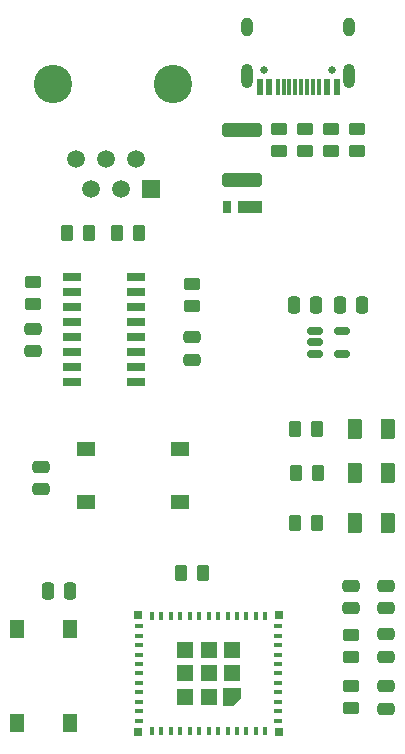
<source format=gbr>
%TF.GenerationSoftware,KiCad,Pcbnew,(6.0.11-0)*%
%TF.CreationDate,2023-11-26T18:13:28+01:00*%
%TF.ProjectId,Layblar_PCB,4c617962-6c61-4725-9f50-43422e6b6963,rev?*%
%TF.SameCoordinates,Original*%
%TF.FileFunction,Soldermask,Top*%
%TF.FilePolarity,Negative*%
%FSLAX46Y46*%
G04 Gerber Fmt 4.6, Leading zero omitted, Abs format (unit mm)*
G04 Created by KiCad (PCBNEW (6.0.11-0)) date 2023-11-26 18:13:28*
%MOMM*%
%LPD*%
G01*
G04 APERTURE LIST*
G04 Aperture macros list*
%AMRoundRect*
0 Rectangle with rounded corners*
0 $1 Rounding radius*
0 $2 $3 $4 $5 $6 $7 $8 $9 X,Y pos of 4 corners*
0 Add a 4 corners polygon primitive as box body*
4,1,4,$2,$3,$4,$5,$6,$7,$8,$9,$2,$3,0*
0 Add four circle primitives for the rounded corners*
1,1,$1+$1,$2,$3*
1,1,$1+$1,$4,$5*
1,1,$1+$1,$6,$7*
1,1,$1+$1,$8,$9*
0 Add four rect primitives between the rounded corners*
20,1,$1+$1,$2,$3,$4,$5,0*
20,1,$1+$1,$4,$5,$6,$7,0*
20,1,$1+$1,$6,$7,$8,$9,0*
20,1,$1+$1,$8,$9,$2,$3,0*%
%AMFreePoly0*
4,1,6,0.725000,-0.725000,-0.725000,-0.725000,-0.725000,0.125000,-0.125000,0.725000,0.725000,0.725000,0.725000,-0.725000,0.725000,-0.725000,$1*%
G04 Aperture macros list end*
%ADD10RoundRect,0.250000X-0.262500X-0.450000X0.262500X-0.450000X0.262500X0.450000X-0.262500X0.450000X0*%
%ADD11RoundRect,0.150000X-0.512500X-0.150000X0.512500X-0.150000X0.512500X0.150000X-0.512500X0.150000X0*%
%ADD12R,1.550000X1.300000*%
%ADD13C,3.250000*%
%ADD14R,1.520000X1.520000*%
%ADD15C,1.520000*%
%ADD16C,0.650000*%
%ADD17R,0.600000X1.450000*%
%ADD18R,0.300000X1.450000*%
%ADD19O,1.000000X1.600000*%
%ADD20O,1.000000X2.100000*%
%ADD21RoundRect,0.250000X-0.450000X0.262500X-0.450000X-0.262500X0.450000X-0.262500X0.450000X0.262500X0*%
%ADD22RoundRect,0.250000X0.375000X0.625000X-0.375000X0.625000X-0.375000X-0.625000X0.375000X-0.625000X0*%
%ADD23RoundRect,0.250000X0.262500X0.450000X-0.262500X0.450000X-0.262500X-0.450000X0.262500X-0.450000X0*%
%ADD24RoundRect,0.250000X0.450000X-0.262500X0.450000X0.262500X-0.450000X0.262500X-0.450000X-0.262500X0*%
%ADD25RoundRect,0.250000X0.475000X-0.250000X0.475000X0.250000X-0.475000X0.250000X-0.475000X-0.250000X0*%
%ADD26R,1.300000X1.550000*%
%ADD27RoundRect,0.250000X-0.475000X0.250000X-0.475000X-0.250000X0.475000X-0.250000X0.475000X0.250000X0*%
%ADD28RoundRect,0.250000X0.250000X0.475000X-0.250000X0.475000X-0.250000X-0.475000X0.250000X-0.475000X0*%
%ADD29RoundRect,0.250000X-0.250000X-0.475000X0.250000X-0.475000X0.250000X0.475000X-0.250000X0.475000X0*%
%ADD30RoundRect,0.250000X-1.450000X0.312500X-1.450000X-0.312500X1.450000X-0.312500X1.450000X0.312500X0*%
%ADD31R,1.550000X0.650000*%
%ADD32R,2.000000X1.100000*%
%ADD33R,0.800000X1.100000*%
%ADD34R,0.800000X0.400000*%
%ADD35R,0.400000X0.800000*%
%ADD36R,1.450000X1.450000*%
%ADD37FreePoly0,180.000000*%
%ADD38R,0.700000X0.700000*%
G04 APERTURE END LIST*
D10*
%TO.C,R3*%
X54350000Y-51250000D03*
X56175000Y-51250000D03*
%TD*%
D11*
%TO.C,U8*%
X55950000Y-39250000D03*
X55950000Y-40200000D03*
X55950000Y-41150000D03*
X58225000Y-41150000D03*
X58225000Y-39250000D03*
%TD*%
D12*
%TO.C,SW2*%
X44500000Y-53750000D03*
X36550000Y-53750000D03*
X44500000Y-49250000D03*
X36550000Y-49250000D03*
%TD*%
D13*
%TO.C,J1*%
X43967500Y-18350000D03*
X33807500Y-18350000D03*
D14*
X42057500Y-27240000D03*
D15*
X40787500Y-24700000D03*
X39517500Y-27240000D03*
X38247500Y-24700000D03*
X36977500Y-27240000D03*
X35707500Y-24700000D03*
%TD*%
D16*
%TO.C,J2*%
X57427500Y-17150000D03*
X51647500Y-17150000D03*
D17*
X57787500Y-18595000D03*
X56987500Y-18595000D03*
D18*
X55787500Y-18595000D03*
X54787500Y-18595000D03*
X54287500Y-18595000D03*
X53287500Y-18595000D03*
D17*
X52087500Y-18595000D03*
X51287500Y-18595000D03*
X51287500Y-18595000D03*
X52087500Y-18595000D03*
D18*
X52787500Y-18595000D03*
X53787500Y-18595000D03*
X55287500Y-18595000D03*
X56287500Y-18595000D03*
D17*
X56987500Y-18595000D03*
X57787500Y-18595000D03*
D19*
X58857500Y-13500000D03*
X50217500Y-13500000D03*
D20*
X58857500Y-17680000D03*
X50217500Y-17680000D03*
%TD*%
D21*
%TO.C,R11*%
X45537500Y-35287500D03*
X45537500Y-37112500D03*
%TD*%
D22*
%TO.C,D4*%
X62100000Y-51250000D03*
X59300000Y-51250000D03*
%TD*%
D23*
%TO.C,R28*%
X46450000Y-59750000D03*
X44625000Y-59750000D03*
%TD*%
D22*
%TO.C,D3*%
X62150000Y-55500000D03*
X59350000Y-55500000D03*
%TD*%
D24*
%TO.C,R8*%
X52937500Y-23975000D03*
X52937500Y-22150000D03*
%TD*%
D25*
%TO.C,C3*%
X32750000Y-52650000D03*
X32750000Y-50750000D03*
%TD*%
D24*
%TO.C,R6*%
X55137500Y-23962500D03*
X55137500Y-22137500D03*
%TD*%
D21*
%TO.C,R5*%
X57337500Y-22150000D03*
X57337500Y-23975000D03*
%TD*%
D26*
%TO.C,SW1*%
X30750000Y-64500000D03*
X30750000Y-72450000D03*
X35250000Y-72450000D03*
X35250000Y-64500000D03*
%TD*%
D27*
%TO.C,C2*%
X62000000Y-60800000D03*
X62000000Y-62700000D03*
%TD*%
D10*
%TO.C,R22*%
X54275000Y-47500000D03*
X56100000Y-47500000D03*
%TD*%
D24*
%TO.C,R21*%
X59000000Y-66800000D03*
X59000000Y-64975000D03*
%TD*%
D23*
%TO.C,R9*%
X36787500Y-30950000D03*
X34962500Y-30950000D03*
%TD*%
D27*
%TO.C,C5*%
X45537500Y-39750000D03*
X45537500Y-41650000D03*
%TD*%
D28*
%TO.C,C10*%
X56050000Y-37000000D03*
X54150000Y-37000000D03*
%TD*%
D21*
%TO.C,R7*%
X59537500Y-22150000D03*
X59537500Y-23975000D03*
%TD*%
D27*
%TO.C,C6*%
X59000000Y-60800000D03*
X59000000Y-62700000D03*
%TD*%
D23*
%TO.C,R10*%
X41037500Y-30950000D03*
X39212500Y-30950000D03*
%TD*%
D25*
%TO.C,C19*%
X62000000Y-71200000D03*
X62000000Y-69300000D03*
%TD*%
D24*
%TO.C,R1*%
X59000000Y-71125000D03*
X59000000Y-69300000D03*
%TD*%
D29*
%TO.C,C1*%
X33350000Y-61250000D03*
X35250000Y-61250000D03*
%TD*%
D30*
%TO.C,F1*%
X49737500Y-22175000D03*
X49737500Y-26450000D03*
%TD*%
D22*
%TO.C,D2*%
X62150000Y-47500000D03*
X59350000Y-47500000D03*
%TD*%
D27*
%TO.C,C17*%
X62000000Y-64900000D03*
X62000000Y-66800000D03*
%TD*%
%TO.C,C4*%
X32037500Y-39050000D03*
X32037500Y-40950000D03*
%TD*%
D31*
%TO.C,U5*%
X35337500Y-34680000D03*
X35337500Y-35950000D03*
X35337500Y-37220000D03*
X35337500Y-38490000D03*
X35337500Y-39760000D03*
X35337500Y-41030000D03*
X35337500Y-42300000D03*
X35337500Y-43570000D03*
X40787500Y-43570000D03*
X40787500Y-42300000D03*
X40787500Y-41030000D03*
X40787500Y-39760000D03*
X40787500Y-38490000D03*
X40787500Y-37220000D03*
X40787500Y-35950000D03*
X40787500Y-34680000D03*
%TD*%
D21*
%TO.C,R4*%
X32037500Y-35125000D03*
X32037500Y-36950000D03*
%TD*%
D10*
%TO.C,R2*%
X54275000Y-55500000D03*
X56100000Y-55500000D03*
%TD*%
D32*
%TO.C,D1*%
X50437500Y-28750000D03*
D33*
X48537500Y-28750000D03*
%TD*%
D29*
%TO.C,C28*%
X58050000Y-37000000D03*
X59950000Y-37000000D03*
%TD*%
D34*
%TO.C,U1*%
X52850000Y-72225000D03*
X52850000Y-71425000D03*
X52850000Y-70625000D03*
X52850000Y-69825000D03*
X52850000Y-69025000D03*
X52850000Y-68225000D03*
X52850000Y-67425000D03*
X52850000Y-66625000D03*
X52850000Y-65825000D03*
X52850000Y-65025000D03*
X52850000Y-64225000D03*
D35*
X51750000Y-63325000D03*
X50950000Y-63325000D03*
X50150000Y-63325000D03*
X49350000Y-63325000D03*
X48550000Y-63325000D03*
X47750000Y-63325000D03*
X46950000Y-63325000D03*
X46150000Y-63325000D03*
X45350000Y-63325000D03*
X44550000Y-63325000D03*
X43750000Y-63325000D03*
X42950000Y-63325000D03*
X42150000Y-63325000D03*
D34*
X41050000Y-64225000D03*
X41050000Y-65025000D03*
X41050000Y-65825000D03*
X41050000Y-66625000D03*
X41050000Y-67425000D03*
X41050000Y-68225000D03*
X41050000Y-69025000D03*
X41050000Y-69825000D03*
X41050000Y-70625000D03*
X41050000Y-71425000D03*
X41050000Y-72225000D03*
D35*
X42150000Y-73125000D03*
X42950000Y-73125000D03*
X43750000Y-73125000D03*
X44550000Y-73125000D03*
X45350000Y-73125000D03*
X46150000Y-73125000D03*
X46950000Y-73125000D03*
X47750000Y-73125000D03*
X48550000Y-73125000D03*
X49350000Y-73125000D03*
X50150000Y-73125000D03*
X50950000Y-73125000D03*
X51750000Y-73125000D03*
D36*
X46950000Y-68225000D03*
X46950000Y-66250000D03*
D37*
X48925000Y-70200000D03*
D36*
X44975000Y-66250000D03*
X44975000Y-68225000D03*
X48925000Y-68225000D03*
X44975000Y-70200000D03*
X48925000Y-66250000D03*
X46950000Y-70200000D03*
D38*
X41000000Y-73175000D03*
X41000000Y-63275000D03*
X52900000Y-63275000D03*
X52900000Y-73175000D03*
%TD*%
M02*

</source>
